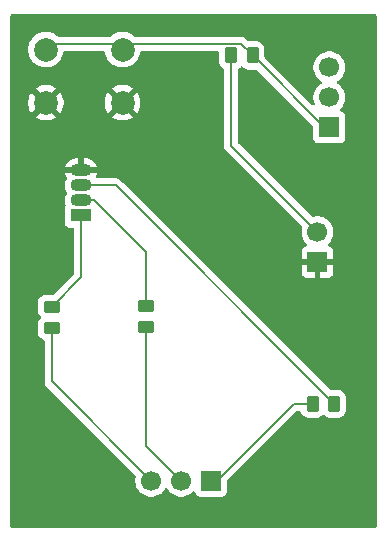
<source format=gbr>
%TF.GenerationSoftware,KiCad,Pcbnew,9.0.7*%
%TF.CreationDate,2026-02-17T16:21:14-05:00*%
%TF.ProjectId,Blind Spot,426c696e-6420-4537-906f-742e6b696361,rev?*%
%TF.SameCoordinates,Original*%
%TF.FileFunction,Copper,L1,Top*%
%TF.FilePolarity,Positive*%
%FSLAX46Y46*%
G04 Gerber Fmt 4.6, Leading zero omitted, Abs format (unit mm)*
G04 Created by KiCad (PCBNEW 9.0.7) date 2026-02-17 16:21:14*
%MOMM*%
%LPD*%
G01*
G04 APERTURE LIST*
G04 Aperture macros list*
%AMRoundRect*
0 Rectangle with rounded corners*
0 $1 Rounding radius*
0 $2 $3 $4 $5 $6 $7 $8 $9 X,Y pos of 4 corners*
0 Add a 4 corners polygon primitive as box body*
4,1,4,$2,$3,$4,$5,$6,$7,$8,$9,$2,$3,0*
0 Add four circle primitives for the rounded corners*
1,1,$1+$1,$2,$3*
1,1,$1+$1,$4,$5*
1,1,$1+$1,$6,$7*
1,1,$1+$1,$8,$9*
0 Add four rect primitives between the rounded corners*
20,1,$1+$1,$2,$3,$4,$5,0*
20,1,$1+$1,$4,$5,$6,$7,0*
20,1,$1+$1,$6,$7,$8,$9,0*
20,1,$1+$1,$8,$9,$2,$3,0*%
G04 Aperture macros list end*
%TA.AperFunction,SMDPad,CuDef*%
%ADD10RoundRect,0.250000X-0.262500X-0.450000X0.262500X-0.450000X0.262500X0.450000X-0.262500X0.450000X0*%
%TD*%
%TA.AperFunction,ComponentPad*%
%ADD11R,1.700000X1.700000*%
%TD*%
%TA.AperFunction,ComponentPad*%
%ADD12C,1.700000*%
%TD*%
%TA.AperFunction,SMDPad,CuDef*%
%ADD13RoundRect,0.250000X0.450000X-0.262500X0.450000X0.262500X-0.450000X0.262500X-0.450000X-0.262500X0*%
%TD*%
%TA.AperFunction,ComponentPad*%
%ADD14R,1.800000X1.070000*%
%TD*%
%TA.AperFunction,ComponentPad*%
%ADD15O,1.800000X1.070000*%
%TD*%
%TA.AperFunction,ComponentPad*%
%ADD16C,2.000000*%
%TD*%
%TA.AperFunction,Conductor*%
%ADD17C,0.200000*%
%TD*%
G04 APERTURE END LIST*
D10*
%TO.P,R4,1*%
%TO.N,Net-(J4-Pin_1)*%
X155587500Y-103500000D03*
%TO.P,R4,2*%
%TO.N,Net-(D2-BA)*%
X157412500Y-103500000D03*
%TD*%
D11*
%TO.P,J2,1,Pin_1*%
%TO.N,GND*%
X156000000Y-91500000D03*
D12*
%TO.P,J2,2,Pin_2*%
%TO.N,+3.3V*%
X156000000Y-88960000D03*
%TD*%
D11*
%TO.P,J4,1,Pin_1*%
%TO.N,Net-(J4-Pin_1)*%
X147000000Y-110000000D03*
D12*
%TO.P,J4,2,Pin_2*%
%TO.N,Net-(J4-Pin_2)*%
X144460000Y-110000000D03*
%TO.P,J4,3,Pin_3*%
%TO.N,Net-(J4-Pin_3)*%
X141920000Y-110000000D03*
%TD*%
D10*
%TO.P,R1,1*%
%TO.N,+3.3V*%
X148675000Y-74000000D03*
%TO.P,R1,2*%
%TO.N,Net-(J1-Pin_1)*%
X150500000Y-74000000D03*
%TD*%
D13*
%TO.P,R3,1*%
%TO.N,Net-(J4-Pin_2)*%
X141500000Y-97000000D03*
%TO.P,R3,2*%
%TO.N,Net-(D2-GA)*%
X141500000Y-95175000D03*
%TD*%
%TO.P,R2,1*%
%TO.N,Net-(J4-Pin_3)*%
X133500000Y-97087500D03*
%TO.P,R2,2*%
%TO.N,Net-(D2-RA)*%
X133500000Y-95262500D03*
%TD*%
D14*
%TO.P,D2,1,RA*%
%TO.N,Net-(D2-RA)*%
X136000000Y-87540000D03*
D15*
%TO.P,D2,2,GA*%
%TO.N,Net-(D2-GA)*%
X136000000Y-86270000D03*
%TO.P,D2,3,BA*%
%TO.N,Net-(D2-BA)*%
X136000000Y-85000000D03*
%TO.P,D2,4,K*%
%TO.N,GND*%
X136000000Y-83730000D03*
%TD*%
D16*
%TO.P,SW1,1,1*%
%TO.N,Net-(J1-Pin_1)*%
X133000000Y-73500000D03*
X139500000Y-73500000D03*
%TO.P,SW1,2,2*%
%TO.N,GND*%
X133000000Y-78000000D03*
X139500000Y-78000000D03*
%TD*%
D11*
%TO.P,J1,1,Pin_1*%
%TO.N,Net-(J1-Pin_1)*%
X157000000Y-80080000D03*
D12*
%TO.P,J1,2*%
%TO.N,N/C*%
X157000000Y-77540000D03*
%TO.P,J1,3*%
X157000000Y-75000000D03*
%TD*%
D17*
%TO.N,Net-(J4-Pin_1)*%
X147000000Y-110000000D02*
X147500000Y-110000000D01*
X147500000Y-110000000D02*
X154000000Y-103500000D01*
X154000000Y-103500000D02*
X155587500Y-103500000D01*
%TO.N,Net-(J4-Pin_2)*%
X141500000Y-97000000D02*
X141500000Y-107040000D01*
X141500000Y-107040000D02*
X144460000Y-110000000D01*
%TO.N,Net-(J4-Pin_3)*%
X133500000Y-97087500D02*
X133500000Y-101580000D01*
X133500000Y-101580000D02*
X141920000Y-110000000D01*
%TO.N,Net-(D2-RA)*%
X136000000Y-87540000D02*
X136000000Y-92762500D01*
X136000000Y-92762500D02*
X133500000Y-95262500D01*
%TO.N,Net-(D2-GA)*%
X136000000Y-86270000D02*
X137100000Y-86270000D01*
X141500000Y-90670000D02*
X141500000Y-95175000D01*
X137100000Y-86270000D02*
X141500000Y-90670000D01*
%TO.N,Net-(D2-BA)*%
X136000000Y-85000000D02*
X138912500Y-85000000D01*
X138912500Y-85000000D02*
X157412500Y-103500000D01*
%TO.N,+3.3V*%
X148675000Y-74000000D02*
X148675000Y-81635000D01*
X148675000Y-81635000D02*
X156000000Y-88960000D01*
%TO.N,Net-(J1-Pin_1)*%
X150500000Y-74000000D02*
X156580000Y-80080000D01*
X156580000Y-80080000D02*
X157000000Y-80080000D01*
X133000000Y-73500000D02*
X133000000Y-73000000D01*
X149500000Y-73000000D02*
X150500000Y-74000000D01*
X133000000Y-73000000D02*
X149500000Y-73000000D01*
%TD*%
%TA.AperFunction,Conductor*%
%TO.N,GND*%
G36*
X160942539Y-70520185D02*
G01*
X160988294Y-70572989D01*
X160999500Y-70624500D01*
X160999500Y-113875500D01*
X160979815Y-113942539D01*
X160927011Y-113988294D01*
X160875500Y-113999500D01*
X130124500Y-113999500D01*
X130057461Y-113979815D01*
X130011706Y-113927011D01*
X130000500Y-113875500D01*
X130000500Y-94949983D01*
X132299500Y-94949983D01*
X132299500Y-95575001D01*
X132299501Y-95575019D01*
X132310000Y-95677796D01*
X132310001Y-95677799D01*
X132365185Y-95844331D01*
X132365187Y-95844336D01*
X132457289Y-95993657D01*
X132550951Y-96087319D01*
X132584436Y-96148642D01*
X132579452Y-96218334D01*
X132550951Y-96262681D01*
X132457289Y-96356342D01*
X132365187Y-96505663D01*
X132365186Y-96505666D01*
X132310001Y-96672203D01*
X132310001Y-96672204D01*
X132310000Y-96672204D01*
X132299500Y-96774983D01*
X132299500Y-97400001D01*
X132299501Y-97400019D01*
X132310000Y-97502796D01*
X132310001Y-97502799D01*
X132336190Y-97581831D01*
X132365186Y-97669334D01*
X132457288Y-97818656D01*
X132581344Y-97942712D01*
X132730666Y-98034814D01*
X132814505Y-98062595D01*
X132871948Y-98102366D01*
X132898772Y-98166882D01*
X132899500Y-98180300D01*
X132899500Y-101493330D01*
X132899499Y-101493348D01*
X132899499Y-101659054D01*
X132899498Y-101659054D01*
X132940423Y-101811785D01*
X132969358Y-101861900D01*
X132969359Y-101861904D01*
X132969360Y-101861904D01*
X133019479Y-101948714D01*
X133019481Y-101948717D01*
X133138349Y-102067585D01*
X133138355Y-102067590D01*
X140586241Y-109515476D01*
X140619726Y-109576799D01*
X140616492Y-109641473D01*
X140602753Y-109683757D01*
X140569500Y-109893713D01*
X140569500Y-110106286D01*
X140602753Y-110316239D01*
X140668444Y-110518414D01*
X140764951Y-110707820D01*
X140889890Y-110879786D01*
X141040213Y-111030109D01*
X141212179Y-111155048D01*
X141212181Y-111155049D01*
X141212184Y-111155051D01*
X141401588Y-111251557D01*
X141603757Y-111317246D01*
X141813713Y-111350500D01*
X141813714Y-111350500D01*
X142026286Y-111350500D01*
X142026287Y-111350500D01*
X142236243Y-111317246D01*
X142438412Y-111251557D01*
X142627816Y-111155051D01*
X142714138Y-111092335D01*
X142799786Y-111030109D01*
X142799788Y-111030106D01*
X142799792Y-111030104D01*
X142950104Y-110879792D01*
X142950106Y-110879788D01*
X142950109Y-110879786D01*
X143075048Y-110707820D01*
X143075047Y-110707820D01*
X143075051Y-110707816D01*
X143079514Y-110699054D01*
X143127488Y-110648259D01*
X143195308Y-110631463D01*
X143261444Y-110653999D01*
X143300486Y-110699056D01*
X143304951Y-110707820D01*
X143429890Y-110879786D01*
X143580213Y-111030109D01*
X143752179Y-111155048D01*
X143752181Y-111155049D01*
X143752184Y-111155051D01*
X143941588Y-111251557D01*
X144143757Y-111317246D01*
X144353713Y-111350500D01*
X144353714Y-111350500D01*
X144566286Y-111350500D01*
X144566287Y-111350500D01*
X144776243Y-111317246D01*
X144978412Y-111251557D01*
X145167816Y-111155051D01*
X145339792Y-111030104D01*
X145453329Y-110916566D01*
X145514648Y-110883084D01*
X145584340Y-110888068D01*
X145640274Y-110929939D01*
X145657189Y-110960917D01*
X145706202Y-111092328D01*
X145706206Y-111092335D01*
X145792452Y-111207544D01*
X145792455Y-111207547D01*
X145907664Y-111293793D01*
X145907671Y-111293797D01*
X146042517Y-111344091D01*
X146042516Y-111344091D01*
X146049444Y-111344835D01*
X146102127Y-111350500D01*
X147897872Y-111350499D01*
X147957483Y-111344091D01*
X148092331Y-111293796D01*
X148207546Y-111207546D01*
X148293796Y-111092331D01*
X148344091Y-110957483D01*
X148350500Y-110897873D01*
X148350499Y-110050095D01*
X148370183Y-109983057D01*
X148386813Y-109962420D01*
X154212416Y-104136819D01*
X154239343Y-104122115D01*
X154265162Y-104105523D01*
X154271362Y-104104631D01*
X154273739Y-104103334D01*
X154300097Y-104100500D01*
X154494699Y-104100500D01*
X154561738Y-104120185D01*
X154607493Y-104172989D01*
X154612403Y-104185492D01*
X154640186Y-104269334D01*
X154732288Y-104418656D01*
X154856344Y-104542712D01*
X155005666Y-104634814D01*
X155172203Y-104689999D01*
X155274991Y-104700500D01*
X155900008Y-104700499D01*
X155900016Y-104700498D01*
X155900019Y-104700498D01*
X155956302Y-104694748D01*
X156002797Y-104689999D01*
X156169334Y-104634814D01*
X156318656Y-104542712D01*
X156412319Y-104449049D01*
X156473642Y-104415564D01*
X156543334Y-104420548D01*
X156587681Y-104449049D01*
X156681344Y-104542712D01*
X156830666Y-104634814D01*
X156997203Y-104689999D01*
X157099991Y-104700500D01*
X157725008Y-104700499D01*
X157725016Y-104700498D01*
X157725019Y-104700498D01*
X157781302Y-104694748D01*
X157827797Y-104689999D01*
X157994334Y-104634814D01*
X158143656Y-104542712D01*
X158267712Y-104418656D01*
X158359814Y-104269334D01*
X158414999Y-104102797D01*
X158425500Y-104000009D01*
X158425499Y-102999992D01*
X158414999Y-102897203D01*
X158359814Y-102730666D01*
X158267712Y-102581344D01*
X158143656Y-102457288D01*
X157994334Y-102365186D01*
X157827797Y-102310001D01*
X157827795Y-102310000D01*
X157725016Y-102299500D01*
X157112597Y-102299500D01*
X157045558Y-102279815D01*
X157024916Y-102263181D01*
X139400090Y-84638355D01*
X139400088Y-84638352D01*
X139281217Y-84519481D01*
X139281216Y-84519480D01*
X139194404Y-84469360D01*
X139194404Y-84469359D01*
X139194400Y-84469358D01*
X139144285Y-84440423D01*
X138991557Y-84399499D01*
X138833443Y-84399499D01*
X138825847Y-84399499D01*
X138825831Y-84399500D01*
X137393279Y-84399500D01*
X137326240Y-84379815D01*
X137280485Y-84327011D01*
X137270541Y-84257853D01*
X137280885Y-84226302D01*
X137279874Y-84225884D01*
X137360225Y-84031898D01*
X137360227Y-84031890D01*
X137370549Y-83980000D01*
X136557122Y-83980000D01*
X136532932Y-83977617D01*
X136489190Y-83968916D01*
X136466989Y-83964500D01*
X136466988Y-83964500D01*
X136384227Y-83964500D01*
X136419333Y-83903694D01*
X136450000Y-83789244D01*
X136450000Y-83670756D01*
X136419333Y-83556306D01*
X136375278Y-83480000D01*
X137370550Y-83480000D01*
X137370549Y-83479999D01*
X137360227Y-83428109D01*
X137360225Y-83428101D01*
X137282206Y-83239747D01*
X137282201Y-83239737D01*
X137168937Y-83070226D01*
X137168934Y-83070222D01*
X137024777Y-82926065D01*
X137024773Y-82926062D01*
X136855262Y-82812798D01*
X136855252Y-82812793D01*
X136666898Y-82734774D01*
X136666890Y-82734772D01*
X136466943Y-82695000D01*
X136250000Y-82695000D01*
X136250000Y-83354722D01*
X136173694Y-83310667D01*
X136059244Y-83280000D01*
X135940756Y-83280000D01*
X135826306Y-83310667D01*
X135750000Y-83354722D01*
X135750000Y-82695000D01*
X135533056Y-82695000D01*
X135333109Y-82734772D01*
X135333101Y-82734774D01*
X135144747Y-82812793D01*
X135144737Y-82812798D01*
X134975226Y-82926062D01*
X134975222Y-82926065D01*
X134831065Y-83070222D01*
X134831062Y-83070226D01*
X134717798Y-83239737D01*
X134717793Y-83239747D01*
X134639774Y-83428101D01*
X134639772Y-83428109D01*
X134629450Y-83479999D01*
X134629450Y-83480000D01*
X135624722Y-83480000D01*
X135580667Y-83556306D01*
X135550000Y-83670756D01*
X135550000Y-83789244D01*
X135580667Y-83903694D01*
X135615773Y-83964500D01*
X135533012Y-83964500D01*
X135533011Y-83964500D01*
X135510809Y-83968916D01*
X135467067Y-83977617D01*
X135442878Y-83980000D01*
X134629450Y-83980000D01*
X134639772Y-84031890D01*
X134639774Y-84031898D01*
X134717794Y-84220254D01*
X134768177Y-84295659D01*
X134789054Y-84362337D01*
X134770569Y-84429717D01*
X134768178Y-84433438D01*
X134717349Y-84509511D01*
X134639295Y-84697951D01*
X134639292Y-84697961D01*
X134599500Y-84898009D01*
X134599500Y-84898012D01*
X134599500Y-85101988D01*
X134599500Y-85101990D01*
X134599499Y-85101990D01*
X134639292Y-85302038D01*
X134639295Y-85302048D01*
X134717350Y-85490490D01*
X134767877Y-85566109D01*
X134788755Y-85632787D01*
X134770270Y-85700167D01*
X134767877Y-85703891D01*
X134717350Y-85779509D01*
X134639295Y-85967951D01*
X134639292Y-85967961D01*
X134599500Y-86168009D01*
X134599500Y-86168012D01*
X134599500Y-86371988D01*
X134599500Y-86371990D01*
X134599499Y-86371990D01*
X134639292Y-86572038D01*
X134639295Y-86572048D01*
X134669128Y-86644072D01*
X134676597Y-86713542D01*
X134658956Y-86754073D01*
X134660452Y-86754890D01*
X134656202Y-86762671D01*
X134605908Y-86897517D01*
X134599501Y-86957116D01*
X134599500Y-86957135D01*
X134599500Y-88122870D01*
X134599501Y-88122876D01*
X134605908Y-88182483D01*
X134656202Y-88317328D01*
X134656206Y-88317335D01*
X134742452Y-88432544D01*
X134742455Y-88432547D01*
X134857664Y-88518793D01*
X134857671Y-88518797D01*
X134885585Y-88529208D01*
X134992517Y-88569091D01*
X135052127Y-88575500D01*
X135275500Y-88575499D01*
X135342539Y-88595183D01*
X135388294Y-88647987D01*
X135399500Y-88699499D01*
X135399500Y-92462402D01*
X135379815Y-92529441D01*
X135363181Y-92550083D01*
X133700082Y-94213181D01*
X133638759Y-94246666D01*
X133612401Y-94249500D01*
X132999998Y-94249500D01*
X132999980Y-94249501D01*
X132897203Y-94260000D01*
X132897200Y-94260001D01*
X132730668Y-94315185D01*
X132730663Y-94315187D01*
X132581342Y-94407289D01*
X132457289Y-94531342D01*
X132365187Y-94680663D01*
X132365186Y-94680666D01*
X132310001Y-94847203D01*
X132310001Y-94847204D01*
X132310000Y-94847204D01*
X132299500Y-94949983D01*
X130000500Y-94949983D01*
X130000500Y-77881947D01*
X131500000Y-77881947D01*
X131500000Y-78118052D01*
X131536934Y-78351247D01*
X131609897Y-78575802D01*
X131717087Y-78786174D01*
X131777338Y-78869104D01*
X131777340Y-78869105D01*
X132476212Y-78170233D01*
X132487482Y-78212292D01*
X132559890Y-78337708D01*
X132662292Y-78440110D01*
X132787708Y-78512518D01*
X132829765Y-78523787D01*
X132130893Y-79222658D01*
X132213828Y-79282914D01*
X132424197Y-79390102D01*
X132648752Y-79463065D01*
X132648751Y-79463065D01*
X132881948Y-79500000D01*
X133118052Y-79500000D01*
X133351247Y-79463065D01*
X133575802Y-79390102D01*
X133786163Y-79282918D01*
X133786169Y-79282914D01*
X133869104Y-79222658D01*
X133869105Y-79222658D01*
X133170233Y-78523787D01*
X133212292Y-78512518D01*
X133337708Y-78440110D01*
X133440110Y-78337708D01*
X133512518Y-78212292D01*
X133523787Y-78170233D01*
X134222658Y-78869105D01*
X134222658Y-78869104D01*
X134282914Y-78786169D01*
X134282918Y-78786163D01*
X134390102Y-78575802D01*
X134463065Y-78351247D01*
X134500000Y-78118052D01*
X134500000Y-77881947D01*
X138000000Y-77881947D01*
X138000000Y-78118052D01*
X138036934Y-78351247D01*
X138109897Y-78575802D01*
X138217087Y-78786174D01*
X138277338Y-78869104D01*
X138277340Y-78869105D01*
X138976212Y-78170233D01*
X138987482Y-78212292D01*
X139059890Y-78337708D01*
X139162292Y-78440110D01*
X139287708Y-78512518D01*
X139329765Y-78523787D01*
X138630893Y-79222658D01*
X138713828Y-79282914D01*
X138924197Y-79390102D01*
X139148752Y-79463065D01*
X139148751Y-79463065D01*
X139381948Y-79500000D01*
X139618052Y-79500000D01*
X139851247Y-79463065D01*
X140075802Y-79390102D01*
X140286163Y-79282918D01*
X140286169Y-79282914D01*
X140369104Y-79222658D01*
X140369105Y-79222658D01*
X139670233Y-78523787D01*
X139712292Y-78512518D01*
X139837708Y-78440110D01*
X139940110Y-78337708D01*
X140012518Y-78212292D01*
X140023787Y-78170234D01*
X140722658Y-78869105D01*
X140722658Y-78869104D01*
X140782914Y-78786169D01*
X140782918Y-78786163D01*
X140890102Y-78575802D01*
X140963065Y-78351247D01*
X141000000Y-78118052D01*
X141000000Y-77881947D01*
X140963065Y-77648752D01*
X140890102Y-77424197D01*
X140782914Y-77213828D01*
X140722658Y-77130894D01*
X140722658Y-77130893D01*
X140023787Y-77829765D01*
X140012518Y-77787708D01*
X139940110Y-77662292D01*
X139837708Y-77559890D01*
X139712292Y-77487482D01*
X139670234Y-77476212D01*
X140369105Y-76777340D01*
X140369104Y-76777338D01*
X140286174Y-76717087D01*
X140075802Y-76609897D01*
X139851247Y-76536934D01*
X139851248Y-76536934D01*
X139618052Y-76500000D01*
X139381948Y-76500000D01*
X139148752Y-76536934D01*
X138924197Y-76609897D01*
X138713830Y-76717084D01*
X138630894Y-76777340D01*
X139329766Y-77476212D01*
X139287708Y-77487482D01*
X139162292Y-77559890D01*
X139059890Y-77662292D01*
X138987482Y-77787708D01*
X138976212Y-77829766D01*
X138277340Y-77130894D01*
X138217084Y-77213830D01*
X138109897Y-77424197D01*
X138036934Y-77648752D01*
X138000000Y-77881947D01*
X134500000Y-77881947D01*
X134463065Y-77648752D01*
X134390102Y-77424197D01*
X134282914Y-77213828D01*
X134222658Y-77130894D01*
X134222658Y-77130893D01*
X133523787Y-77829765D01*
X133512518Y-77787708D01*
X133440110Y-77662292D01*
X133337708Y-77559890D01*
X133212292Y-77487482D01*
X133170234Y-77476212D01*
X133869105Y-76777340D01*
X133869104Y-76777339D01*
X133786174Y-76717087D01*
X133575802Y-76609897D01*
X133351247Y-76536934D01*
X133351248Y-76536934D01*
X133118052Y-76500000D01*
X132881948Y-76500000D01*
X132648752Y-76536934D01*
X132424197Y-76609897D01*
X132213830Y-76717084D01*
X132130894Y-76777340D01*
X132829766Y-77476212D01*
X132787708Y-77487482D01*
X132662292Y-77559890D01*
X132559890Y-77662292D01*
X132487482Y-77787708D01*
X132476212Y-77829766D01*
X131777340Y-77130894D01*
X131717084Y-77213830D01*
X131609897Y-77424197D01*
X131536934Y-77648752D01*
X131500000Y-77881947D01*
X130000500Y-77881947D01*
X130000500Y-73381902D01*
X131499500Y-73381902D01*
X131499500Y-73618097D01*
X131536446Y-73851368D01*
X131609433Y-74075996D01*
X131672659Y-74200083D01*
X131716657Y-74286433D01*
X131855483Y-74477510D01*
X132022490Y-74644517D01*
X132213567Y-74783343D01*
X132312991Y-74834002D01*
X132424003Y-74890566D01*
X132424005Y-74890566D01*
X132424008Y-74890568D01*
X132494995Y-74913633D01*
X132648631Y-74963553D01*
X132881903Y-75000500D01*
X132881908Y-75000500D01*
X133118097Y-75000500D01*
X133351368Y-74963553D01*
X133575992Y-74890568D01*
X133786433Y-74783343D01*
X133977510Y-74644517D01*
X134144517Y-74477510D01*
X134283343Y-74286433D01*
X134390568Y-74075992D01*
X134463553Y-73851368D01*
X134464570Y-73844949D01*
X134486720Y-73705102D01*
X134516649Y-73641967D01*
X134575961Y-73605036D01*
X134609193Y-73600500D01*
X137890807Y-73600500D01*
X137957846Y-73620185D01*
X138003601Y-73672989D01*
X138013280Y-73705102D01*
X138036446Y-73851368D01*
X138109433Y-74075996D01*
X138172659Y-74200083D01*
X138216657Y-74286433D01*
X138355483Y-74477510D01*
X138522490Y-74644517D01*
X138713567Y-74783343D01*
X138812991Y-74834002D01*
X138924003Y-74890566D01*
X138924005Y-74890566D01*
X138924008Y-74890568D01*
X138994995Y-74913633D01*
X139148631Y-74963553D01*
X139381903Y-75000500D01*
X139381908Y-75000500D01*
X139618097Y-75000500D01*
X139851368Y-74963553D01*
X140075992Y-74890568D01*
X140286433Y-74783343D01*
X140477510Y-74644517D01*
X140644517Y-74477510D01*
X140783343Y-74286433D01*
X140890568Y-74075992D01*
X140963553Y-73851368D01*
X140964570Y-73844949D01*
X140986720Y-73705102D01*
X141016649Y-73641967D01*
X141075961Y-73605036D01*
X141109193Y-73600500D01*
X147538000Y-73600500D01*
X147605039Y-73620185D01*
X147650794Y-73672989D01*
X147662000Y-73724500D01*
X147662000Y-74500001D01*
X147662001Y-74500019D01*
X147672500Y-74602796D01*
X147672501Y-74602799D01*
X147727685Y-74769331D01*
X147727686Y-74769334D01*
X147819788Y-74918656D01*
X147943844Y-75042712D01*
X148015596Y-75086968D01*
X148062321Y-75138915D01*
X148074500Y-75192507D01*
X148074500Y-81548330D01*
X148074499Y-81548348D01*
X148074499Y-81714054D01*
X148074498Y-81714054D01*
X148115423Y-81866785D01*
X148144358Y-81916900D01*
X148144359Y-81916904D01*
X148144360Y-81916904D01*
X148194479Y-82003714D01*
X148194481Y-82003717D01*
X148313349Y-82122585D01*
X148313355Y-82122590D01*
X154666241Y-88475476D01*
X154699726Y-88536799D01*
X154696492Y-88601473D01*
X154682753Y-88643757D01*
X154649500Y-88853713D01*
X154649500Y-89066286D01*
X154682753Y-89276239D01*
X154748444Y-89478414D01*
X154844951Y-89667820D01*
X154969890Y-89839786D01*
X155083818Y-89953714D01*
X155117303Y-90015037D01*
X155112319Y-90084729D01*
X155070447Y-90140662D01*
X155039471Y-90157577D01*
X154907912Y-90206646D01*
X154907906Y-90206649D01*
X154792812Y-90292809D01*
X154792809Y-90292812D01*
X154706649Y-90407906D01*
X154706645Y-90407913D01*
X154656403Y-90542620D01*
X154656401Y-90542627D01*
X154650000Y-90602155D01*
X154650000Y-91250000D01*
X155566988Y-91250000D01*
X155534075Y-91307007D01*
X155500000Y-91434174D01*
X155500000Y-91565826D01*
X155534075Y-91692993D01*
X155566988Y-91750000D01*
X154650000Y-91750000D01*
X154650000Y-92397844D01*
X154656401Y-92457372D01*
X154656403Y-92457379D01*
X154706645Y-92592086D01*
X154706649Y-92592093D01*
X154792809Y-92707187D01*
X154792812Y-92707190D01*
X154907906Y-92793350D01*
X154907913Y-92793354D01*
X155042620Y-92843596D01*
X155042627Y-92843598D01*
X155102155Y-92849999D01*
X155102172Y-92850000D01*
X155750000Y-92850000D01*
X155750000Y-91933012D01*
X155807007Y-91965925D01*
X155934174Y-92000000D01*
X156065826Y-92000000D01*
X156192993Y-91965925D01*
X156250000Y-91933012D01*
X156250000Y-92850000D01*
X156897828Y-92850000D01*
X156897844Y-92849999D01*
X156957372Y-92843598D01*
X156957379Y-92843596D01*
X157092086Y-92793354D01*
X157092093Y-92793350D01*
X157207187Y-92707190D01*
X157207190Y-92707187D01*
X157293350Y-92592093D01*
X157293354Y-92592086D01*
X157343596Y-92457379D01*
X157343598Y-92457372D01*
X157349999Y-92397844D01*
X157350000Y-92397827D01*
X157350000Y-91750000D01*
X156433012Y-91750000D01*
X156465925Y-91692993D01*
X156500000Y-91565826D01*
X156500000Y-91434174D01*
X156465925Y-91307007D01*
X156433012Y-91250000D01*
X157350000Y-91250000D01*
X157350000Y-90602172D01*
X157349999Y-90602155D01*
X157343598Y-90542627D01*
X157343596Y-90542620D01*
X157293354Y-90407913D01*
X157293350Y-90407906D01*
X157207190Y-90292812D01*
X157207187Y-90292809D01*
X157092093Y-90206649D01*
X157092088Y-90206646D01*
X156960528Y-90157577D01*
X156904595Y-90115705D01*
X156880178Y-90050241D01*
X156895030Y-89981968D01*
X156916175Y-89953720D01*
X157030104Y-89839792D01*
X157155051Y-89667816D01*
X157251557Y-89478412D01*
X157317246Y-89276243D01*
X157350500Y-89066287D01*
X157350500Y-88853713D01*
X157317246Y-88643757D01*
X157251557Y-88441588D01*
X157155051Y-88252184D01*
X157155049Y-88252181D01*
X157155048Y-88252179D01*
X157030109Y-88080213D01*
X156879786Y-87929890D01*
X156707820Y-87804951D01*
X156518414Y-87708444D01*
X156518413Y-87708443D01*
X156518412Y-87708443D01*
X156316243Y-87642754D01*
X156316241Y-87642753D01*
X156316240Y-87642753D01*
X156154957Y-87617208D01*
X156106287Y-87609500D01*
X155893713Y-87609500D01*
X155865006Y-87614046D01*
X155683757Y-87642753D01*
X155641473Y-87656492D01*
X155571632Y-87658486D01*
X155515476Y-87626241D01*
X149311819Y-81422584D01*
X149278334Y-81361261D01*
X149275500Y-81334903D01*
X149275500Y-75192507D01*
X149275900Y-75191144D01*
X149275530Y-75189772D01*
X149285714Y-75157720D01*
X149295185Y-75125468D01*
X149296397Y-75124098D01*
X149296689Y-75123183D01*
X149300175Y-75119834D01*
X149320384Y-75097026D01*
X149327042Y-75091509D01*
X149406156Y-75042712D01*
X149503920Y-74944947D01*
X149508384Y-74941249D01*
X149535363Y-74929640D01*
X149561142Y-74915564D01*
X149567088Y-74915989D01*
X149572565Y-74913633D01*
X149601536Y-74918452D01*
X149630834Y-74920548D01*
X149636667Y-74924297D01*
X149641487Y-74925099D01*
X149650208Y-74932999D01*
X149675181Y-74949049D01*
X149768844Y-75042712D01*
X149918166Y-75134814D01*
X150084703Y-75189999D01*
X150187491Y-75200500D01*
X150799902Y-75200499D01*
X150866941Y-75220183D01*
X150887583Y-75236818D01*
X155613181Y-79962416D01*
X155646666Y-80023739D01*
X155649500Y-80050097D01*
X155649500Y-80977870D01*
X155649501Y-80977876D01*
X155655908Y-81037483D01*
X155706202Y-81172328D01*
X155706206Y-81172335D01*
X155792452Y-81287544D01*
X155792455Y-81287547D01*
X155907664Y-81373793D01*
X155907671Y-81373797D01*
X156042517Y-81424091D01*
X156042516Y-81424091D01*
X156049444Y-81424835D01*
X156102127Y-81430500D01*
X157897872Y-81430499D01*
X157957483Y-81424091D01*
X158092331Y-81373796D01*
X158207546Y-81287546D01*
X158293796Y-81172331D01*
X158344091Y-81037483D01*
X158350500Y-80977873D01*
X158350499Y-79182128D01*
X158344091Y-79122517D01*
X158293796Y-78987669D01*
X158293795Y-78987668D01*
X158293793Y-78987664D01*
X158207547Y-78872455D01*
X158207544Y-78872452D01*
X158092335Y-78786206D01*
X158092328Y-78786202D01*
X157960917Y-78737189D01*
X157904983Y-78695318D01*
X157880566Y-78629853D01*
X157895418Y-78561580D01*
X157916563Y-78533332D01*
X158030104Y-78419792D01*
X158155051Y-78247816D01*
X158251557Y-78058412D01*
X158317246Y-77856243D01*
X158350500Y-77646287D01*
X158350500Y-77433713D01*
X158317246Y-77223757D01*
X158251557Y-77021588D01*
X158155051Y-76832184D01*
X158155049Y-76832181D01*
X158155048Y-76832179D01*
X158030109Y-76660213D01*
X157879786Y-76509890D01*
X157707820Y-76384951D01*
X157707115Y-76384591D01*
X157699054Y-76380485D01*
X157648259Y-76332512D01*
X157631463Y-76264692D01*
X157653999Y-76198556D01*
X157699054Y-76159515D01*
X157707816Y-76155051D01*
X157729789Y-76139086D01*
X157879786Y-76030109D01*
X157879788Y-76030106D01*
X157879792Y-76030104D01*
X158030104Y-75879792D01*
X158030106Y-75879788D01*
X158030109Y-75879786D01*
X158155048Y-75707820D01*
X158155047Y-75707820D01*
X158155051Y-75707816D01*
X158251557Y-75518412D01*
X158317246Y-75316243D01*
X158350500Y-75106287D01*
X158350500Y-74893713D01*
X158317246Y-74683757D01*
X158251557Y-74481588D01*
X158155051Y-74292184D01*
X158155049Y-74292181D01*
X158155048Y-74292179D01*
X158030109Y-74120213D01*
X157879786Y-73969890D01*
X157707820Y-73844951D01*
X157518414Y-73748444D01*
X157518413Y-73748443D01*
X157518412Y-73748443D01*
X157316243Y-73682754D01*
X157316241Y-73682753D01*
X157316240Y-73682753D01*
X157154957Y-73657208D01*
X157106287Y-73649500D01*
X156893713Y-73649500D01*
X156845042Y-73657208D01*
X156683760Y-73682753D01*
X156481585Y-73748444D01*
X156292179Y-73844951D01*
X156120213Y-73969890D01*
X155969890Y-74120213D01*
X155844951Y-74292179D01*
X155748444Y-74481585D01*
X155682753Y-74683760D01*
X155649500Y-74893713D01*
X155649500Y-75106286D01*
X155682753Y-75316239D01*
X155748444Y-75518414D01*
X155844951Y-75707820D01*
X155969890Y-75879786D01*
X156120213Y-76030109D01*
X156292182Y-76155050D01*
X156300946Y-76159516D01*
X156351742Y-76207491D01*
X156368536Y-76275312D01*
X156345998Y-76341447D01*
X156300946Y-76380484D01*
X156292182Y-76384949D01*
X156120213Y-76509890D01*
X155969890Y-76660213D01*
X155844951Y-76832179D01*
X155748444Y-77021585D01*
X155682753Y-77223760D01*
X155651007Y-77424197D01*
X155649500Y-77433713D01*
X155649500Y-77646287D01*
X155682754Y-77856243D01*
X155717042Y-77961772D01*
X155748445Y-78058419D01*
X155750310Y-78062921D01*
X155748545Y-78063651D01*
X155759939Y-78124349D01*
X155733656Y-78189087D01*
X155676545Y-78229338D01*
X155606739Y-78232323D01*
X155548878Y-78199643D01*
X151549318Y-74200083D01*
X151515833Y-74138760D01*
X151512999Y-74112402D01*
X151512999Y-73499998D01*
X151512998Y-73499981D01*
X151502499Y-73397203D01*
X151502498Y-73397200D01*
X151497429Y-73381902D01*
X151447314Y-73230666D01*
X151355212Y-73081344D01*
X151231156Y-72957288D01*
X151081834Y-72865186D01*
X150915297Y-72810001D01*
X150915295Y-72810000D01*
X150812516Y-72799500D01*
X150200097Y-72799500D01*
X150170656Y-72790855D01*
X150140670Y-72784332D01*
X150135654Y-72780577D01*
X150133058Y-72779815D01*
X150112416Y-72763181D01*
X149987590Y-72638355D01*
X149987588Y-72638352D01*
X149868717Y-72519481D01*
X149868716Y-72519480D01*
X149781904Y-72469360D01*
X149781904Y-72469359D01*
X149781900Y-72469358D01*
X149731785Y-72440423D01*
X149579057Y-72399499D01*
X149420943Y-72399499D01*
X149413347Y-72399499D01*
X149413331Y-72399500D01*
X140572889Y-72399500D01*
X140505850Y-72379815D01*
X140485208Y-72363181D01*
X140477512Y-72355485D01*
X140477510Y-72355483D01*
X140286433Y-72216657D01*
X140075996Y-72109433D01*
X139851368Y-72036446D01*
X139618097Y-71999500D01*
X139618092Y-71999500D01*
X139381908Y-71999500D01*
X139381903Y-71999500D01*
X139148631Y-72036446D01*
X138924003Y-72109433D01*
X138713566Y-72216657D01*
X138604550Y-72295862D01*
X138522490Y-72355483D01*
X138522488Y-72355485D01*
X138522487Y-72355485D01*
X138514792Y-72363181D01*
X138453469Y-72396666D01*
X138427111Y-72399500D01*
X134072889Y-72399500D01*
X134005850Y-72379815D01*
X133985208Y-72363181D01*
X133977512Y-72355485D01*
X133977510Y-72355483D01*
X133786433Y-72216657D01*
X133575996Y-72109433D01*
X133351368Y-72036446D01*
X133118097Y-71999500D01*
X133118092Y-71999500D01*
X132881908Y-71999500D01*
X132881903Y-71999500D01*
X132648631Y-72036446D01*
X132424003Y-72109433D01*
X132213566Y-72216657D01*
X132104550Y-72295862D01*
X132022490Y-72355483D01*
X132022488Y-72355485D01*
X132022487Y-72355485D01*
X131855485Y-72522487D01*
X131855485Y-72522488D01*
X131855483Y-72522490D01*
X131795862Y-72604550D01*
X131716657Y-72713566D01*
X131609433Y-72924003D01*
X131536446Y-73148631D01*
X131499500Y-73381902D01*
X130000500Y-73381902D01*
X130000500Y-70624500D01*
X130020185Y-70557461D01*
X130072989Y-70511706D01*
X130124500Y-70500500D01*
X160875500Y-70500500D01*
X160942539Y-70520185D01*
G37*
%TD.AperFunction*%
%TD*%
M02*

</source>
